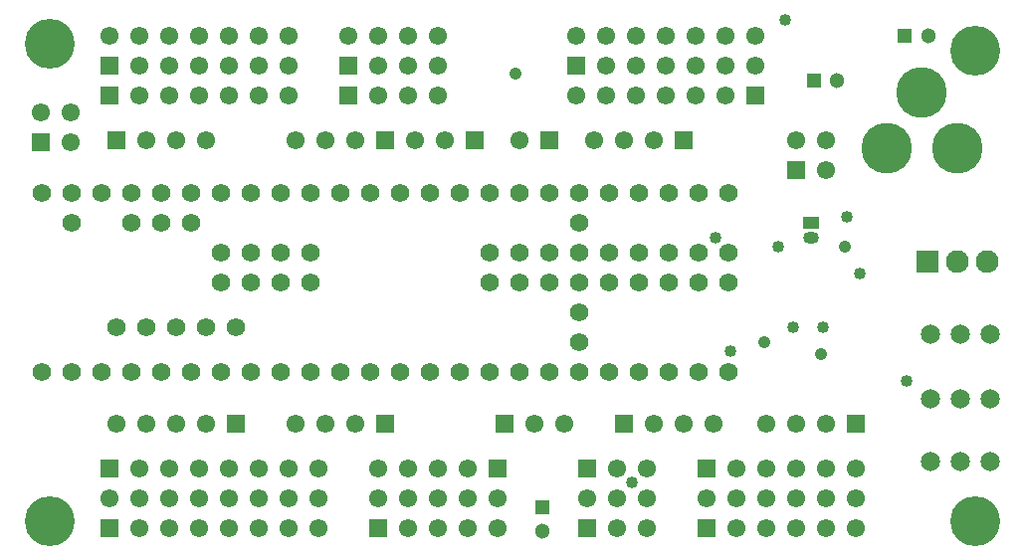
<source format=gbs>
G04 DipTrace 3.0.0.2*
G04 Teensy-TC36-Breakouti.gbs*
%MOIN*%
G04 #@! TF.FileFunction,Soldermask,Bot*
G04 #@! TF.Part,Single*
%ADD13C,0.04*%
%ADD33C,0.17*%
%ADD35C,0.065199*%
%ADD45C,0.06194*%
%ADD58C,0.167*%
%ADD60C,0.042*%
%ADD64C,0.076*%
%ADD66R,0.076X0.076*%
%ADD78O,0.053181X0.04137*%
%ADD80R,0.053181X0.04137*%
%ADD86C,0.061055*%
%ADD88R,0.061055X0.061055*%
%ADD90C,0.051213*%
%ADD92R,0.051213X0.051213*%
%FSLAX26Y26*%
G04*
G70*
G90*
G75*
G01*
G04 BotMask*
%LPD*%
D60*
X2938701Y1143701D3*
X3127087Y1103701D3*
D3*
X3208701Y1462868D3*
X2103701Y2043701D3*
D58*
X3643701Y543701D3*
X543701D3*
Y2143701D3*
X3643701Y2118701D3*
D13*
X3008701Y2223701D3*
X3133701Y1193701D3*
X2983701Y1463701D3*
X2823701Y1113701D3*
X3258701Y1373701D3*
X3413701Y1013701D3*
X2493701Y673701D3*
X3033701Y1193701D3*
X3213701Y1563701D3*
X2773701Y1493701D3*
D92*
X3408701Y2168701D3*
D90*
X3487441D3*
D92*
X2193701Y588701D3*
D90*
Y509961D3*
D92*
X3103701Y2018701D3*
D90*
X3182441D3*
D88*
X2308701Y2068701D3*
D86*
Y2168701D3*
X2408701Y2068701D3*
Y2168701D3*
X2508701Y2068701D3*
Y2168701D3*
X2608701Y2068701D3*
Y2168701D3*
X2708701Y2068701D3*
Y2168701D3*
X2808701Y2068701D3*
Y2168701D3*
X2908701Y2068701D3*
Y2168701D3*
D88*
X1543701Y2068701D3*
D86*
Y2168701D3*
X1643701Y2068701D3*
Y2168701D3*
X1743701Y2068701D3*
Y2168701D3*
X1843701Y2068701D3*
Y2168701D3*
D88*
X743701Y2068701D3*
D86*
Y2168701D3*
X843701Y2068701D3*
Y2168701D3*
X943701Y2068701D3*
Y2168701D3*
X1043701Y2068701D3*
Y2168701D3*
X1143701Y2068701D3*
Y2168701D3*
X1243701Y2068701D3*
Y2168701D3*
X1343701Y2068701D3*
Y2168701D3*
D88*
X743701Y518701D3*
D86*
Y618701D3*
X843701Y518701D3*
Y618701D3*
X943701Y518701D3*
Y618701D3*
X1043701Y518701D3*
Y618701D3*
X1143701Y518701D3*
Y618701D3*
X1243701Y518701D3*
Y618701D3*
X1343701Y518701D3*
Y618701D3*
X1443701Y518701D3*
Y618701D3*
D88*
X1643701Y518701D3*
D86*
Y618701D3*
X1743701Y518701D3*
Y618701D3*
X1843701Y518701D3*
Y618701D3*
X1943701Y518701D3*
Y618701D3*
X2043701Y518701D3*
Y618701D3*
D88*
X2743701Y518701D3*
D86*
Y618701D3*
X2843701Y518701D3*
Y618701D3*
X2943701Y518701D3*
Y618701D3*
X3043701Y518701D3*
Y618701D3*
X3143701Y518701D3*
Y618701D3*
X3243701Y518701D3*
Y618701D3*
D88*
X2343701Y518701D3*
D86*
Y618701D3*
X2443701Y518701D3*
Y618701D3*
X2543701Y518701D3*
Y618701D3*
D33*
X3348701Y1793701D3*
X3584921D3*
X3466811Y1978740D3*
D88*
X513701Y1813701D3*
D86*
Y1913701D3*
X613701Y1813701D3*
Y1913701D3*
D35*
X3693701Y1168701D3*
X3593701D3*
X3493701D3*
X3693701Y953701D3*
X3593701D3*
X3493701D3*
X3693701Y743701D3*
X3593701D3*
X3493701D3*
D80*
X3093701Y1543701D3*
D78*
Y1493701D3*
D88*
X743701Y718701D3*
D86*
X843701D3*
X943701D3*
X1043701D3*
X1143701D3*
X1243701D3*
X1343701D3*
X1443701D3*
D88*
X2043701D3*
D86*
X1943701D3*
X1843701D3*
X1743701D3*
X1643701D3*
D88*
X2743701D3*
D86*
X2843701D3*
X2943701D3*
X3043701D3*
X3143701D3*
X3243701D3*
D88*
X2468701Y868701D3*
D86*
X2568701D3*
X2668701D3*
X2768701D3*
D88*
X2908701Y1968701D3*
D86*
X2808701D3*
X2708701D3*
X2608701D3*
X2508701D3*
X2408701D3*
X2308701D3*
D88*
X2068701Y868701D3*
D86*
X2168701D3*
X2268701D3*
D88*
X1543701Y1968701D3*
D86*
X1643701D3*
X1743701D3*
X1843701D3*
D88*
X743701D3*
D86*
X843701D3*
X943701D3*
X1043701D3*
X1143701D3*
X1243701D3*
X1343701D3*
D88*
X1668701Y1818701D3*
D86*
X1568701D3*
X1468701D3*
X1368701D3*
D88*
X1968701D3*
D86*
X1868701D3*
X1768701D3*
D88*
X2668701D3*
D86*
X2568701D3*
X2468701D3*
X2368701D3*
D88*
X768701D3*
D86*
X868701D3*
X968701D3*
X1068701D3*
D88*
X2218701D3*
D86*
X2118701D3*
D88*
X2343701Y718701D3*
D86*
X2443701D3*
X2543701D3*
D88*
X1668701Y868701D3*
D86*
X1568701D3*
X1468701D3*
X1368701D3*
D88*
X3243701D3*
D86*
X3143701D3*
X3043701D3*
X2943701D3*
D88*
X1168701D3*
D86*
X1068701D3*
X968701D3*
X868701D3*
X768701D3*
D88*
X3043701Y1718701D3*
D86*
Y1818701D3*
X3143701Y1718701D3*
Y1818701D3*
D45*
X518701Y1043701D3*
X618701D3*
X718701D3*
X818701D3*
X918701D3*
X1018701D3*
X1118701D3*
X1218701D3*
X1318701D3*
X1418701D3*
X1518701D3*
X1618701D3*
X1718701D3*
X1818701D3*
X2318701Y1143701D3*
Y1243701D3*
Y1343701D3*
Y1443701D3*
X2118701Y1643701D3*
X1818701D3*
X1718701D3*
X1618701D3*
X1518701D3*
X1418701D3*
X1318701D3*
X1218701D3*
X1118701D3*
X1018701D3*
X918701D3*
X818701D3*
X718701D3*
X618701D3*
X518701D3*
X618701Y1543701D3*
X818701D3*
X918701D3*
X1018701D3*
X2418701Y1043701D3*
X2518701D3*
X2318701D3*
X2218701D3*
X2118701D3*
X2018701D3*
X2618701D3*
X2718701D3*
X2818701D3*
Y1643701D3*
X1918701Y1043701D3*
X2718701Y1643701D3*
X1918701D3*
X2618701D3*
X2418701D3*
X2318701D3*
X2218701D3*
X2518701D3*
X2018701D3*
X2318701Y1543701D3*
X2818701Y1343701D3*
X2718701D3*
X2618701D3*
X2818701Y1443701D3*
X2718701D3*
X2618701D3*
X2518701D3*
X2418701D3*
X2518701Y1343701D3*
X2418701D3*
X2218701D3*
X2118701D3*
X2018701D3*
X2218701Y1443701D3*
X2118701D3*
X2018701D3*
X1418701Y1343701D3*
X1318701D3*
X1218701D3*
X1418701Y1443701D3*
X1318701D3*
X1218701D3*
X1118701D3*
Y1343701D3*
X768701Y1193701D3*
X868701D3*
X968701D3*
X1068701D3*
X1168701D3*
D66*
X3483701Y1413701D3*
D64*
X3583701D3*
X3683701D3*
M02*

</source>
